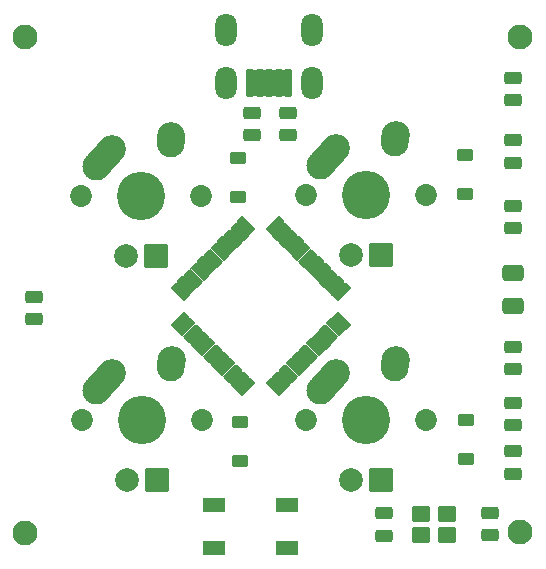
<source format=gbr>
G04 #@! TF.GenerationSoftware,KiCad,Pcbnew,7.0.1*
G04 #@! TF.CreationDate,2023-04-11T18:09:49-04:00*
G04 #@! TF.ProjectId,pikas-pcbs,70696b61-732d-4706-9362-732e6b696361,rev?*
G04 #@! TF.SameCoordinates,Original*
G04 #@! TF.FileFunction,Soldermask,Bot*
G04 #@! TF.FilePolarity,Negative*
%FSLAX46Y46*%
G04 Gerber Fmt 4.6, Leading zero omitted, Abs format (unit mm)*
G04 Created by KiCad (PCBNEW 7.0.1) date 2023-04-11 18:09:49*
%MOMM*%
%LPD*%
G01*
G04 APERTURE LIST*
G04 Aperture macros list*
%AMRoundRect*
0 Rectangle with rounded corners*
0 $1 Rounding radius*
0 $2 $3 $4 $5 $6 $7 $8 $9 X,Y pos of 4 corners*
0 Add a 4 corners polygon primitive as box body*
4,1,4,$2,$3,$4,$5,$6,$7,$8,$9,$2,$3,0*
0 Add four circle primitives for the rounded corners*
1,1,$1+$1,$2,$3*
1,1,$1+$1,$4,$5*
1,1,$1+$1,$6,$7*
1,1,$1+$1,$8,$9*
0 Add four rect primitives between the rounded corners*
20,1,$1+$1,$2,$3,$4,$5,0*
20,1,$1+$1,$4,$5,$6,$7,0*
20,1,$1+$1,$6,$7,$8,$9,0*
20,1,$1+$1,$8,$9,$2,$3,0*%
%AMHorizOval*
0 Thick line with rounded ends*
0 $1 width*
0 $2 $3 position (X,Y) of the first rounded end (center of the circle)*
0 $4 $5 position (X,Y) of the second rounded end (center of the circle)*
0 Add line between two ends*
20,1,$1,$2,$3,$4,$5,0*
0 Add two circle primitives to create the rounded ends*
1,1,$1,$2,$3*
1,1,$1,$4,$5*%
G04 Aperture macros list end*
%ADD10C,2.102000*%
%ADD11C,1.852000*%
%ADD12C,4.089800*%
%ADD13HorizOval,2.352000X0.655001X0.730000X-0.655001X-0.730000X0*%
%ADD14C,2.352000*%
%ADD15HorizOval,2.352000X0.020000X0.290000X-0.020000X-0.290000X0*%
%ADD16C,2.007000*%
%ADD17RoundRect,0.051000X-0.952500X-0.952500X0.952500X-0.952500X0.952500X0.952500X-0.952500X0.952500X0*%
%ADD18HorizOval,2.352000X0.655001X0.730000X-0.655001X-0.730000X0*%
%ADD19RoundRect,0.294750X0.456250X-0.243750X0.456250X0.243750X-0.456250X0.243750X-0.456250X-0.243750X0*%
%ADD20RoundRect,0.294750X-0.456250X0.243750X-0.456250X-0.243750X0.456250X-0.243750X0.456250X0.243750X0*%
%ADD21RoundRect,0.051000X0.600000X-0.450000X0.600000X0.450000X-0.600000X0.450000X-0.600000X-0.450000X0*%
%ADD22RoundRect,0.301000X-0.625000X0.375000X-0.625000X-0.375000X0.625000X-0.375000X0.625000X0.375000X0*%
%ADD23RoundRect,0.051000X-0.900000X-0.550000X0.900000X-0.550000X0.900000X0.550000X-0.900000X0.550000X0*%
%ADD24RoundRect,0.051000X-0.724784X0.335876X0.335876X-0.724784X0.724784X-0.335876X-0.335876X0.724784X0*%
%ADD25RoundRect,0.051000X-0.335876X-0.724784X0.724784X0.335876X0.335876X0.724784X-0.724784X-0.335876X0*%
%ADD26O,1.802000X2.802000*%
%ADD27RoundRect,0.051000X-0.250000X1.125000X-0.250000X-1.125000X0.250000X-1.125000X0.250000X1.125000X0*%
%ADD28RoundRect,0.051000X0.700000X0.600000X-0.700000X0.600000X-0.700000X-0.600000X0.700000X-0.600000X0*%
G04 APERTURE END LIST*
D10*
X118903750Y-82232500D03*
X76993750Y-82300000D03*
X76993750Y-40322500D03*
X118903750Y-40322500D03*
D11*
X100711000Y-53721000D03*
D12*
X105791000Y-53721000D03*
D11*
X110871000Y-53721000D03*
D13*
X102636001Y-50451000D03*
D14*
X103291000Y-49721000D03*
D15*
X108311000Y-48931000D03*
D14*
X108331000Y-48641000D03*
D16*
X104521000Y-58801000D03*
D17*
X107061000Y-58801000D03*
D11*
X81748000Y-72771000D03*
D12*
X86828000Y-72771000D03*
D11*
X91908000Y-72771000D03*
D18*
X83673001Y-69501000D03*
D14*
X84328000Y-68771000D03*
D15*
X89348000Y-67981000D03*
D14*
X89368000Y-67691000D03*
D16*
X85558000Y-77851000D03*
D17*
X88098000Y-77851000D03*
D11*
X100711000Y-72771000D03*
D12*
X105791000Y-72771000D03*
D11*
X110871000Y-72771000D03*
D13*
X102636001Y-69501000D03*
D14*
X103291000Y-68771000D03*
D15*
X108311000Y-67981000D03*
D14*
X108331000Y-67691000D03*
D16*
X104521000Y-77851000D03*
D17*
X107061000Y-77851000D03*
D11*
X81736001Y-53796001D03*
D12*
X86816001Y-53796001D03*
D11*
X91896001Y-53796001D03*
D13*
X83661002Y-50526001D03*
D14*
X84316001Y-49796001D03*
D15*
X89336001Y-49006001D03*
D14*
X89356001Y-48716001D03*
D16*
X85546001Y-58876001D03*
D17*
X88086001Y-58876001D03*
D19*
X116363750Y-82471500D03*
X116363750Y-80596500D03*
D20*
X107346750Y-80645000D03*
X107346750Y-82520000D03*
X118268750Y-66531250D03*
X118268750Y-68406250D03*
X77755750Y-64183500D03*
X77755750Y-62308500D03*
X118268750Y-54625000D03*
X118268750Y-56500000D03*
X118268750Y-43800000D03*
X118268750Y-45675000D03*
X118268750Y-71293750D03*
X118268750Y-73168750D03*
D21*
X94996000Y-53847000D03*
X94996000Y-50547000D03*
X114173000Y-53592000D03*
X114173000Y-50292000D03*
X95123000Y-76199000D03*
X95123000Y-72899000D03*
X114300000Y-76072000D03*
X114300000Y-72772000D03*
D22*
X118268750Y-60325000D03*
X118268750Y-63125000D03*
D19*
X96170750Y-48641000D03*
X96170750Y-46766000D03*
D20*
X118268750Y-49068750D03*
X118268750Y-50943750D03*
X118268750Y-75406250D03*
X118268750Y-77281250D03*
D23*
X99143750Y-79906250D03*
X92943750Y-83606250D03*
X99143750Y-83606250D03*
X92943750Y-79906250D03*
D24*
X98103082Y-69977936D03*
X98668767Y-69412250D03*
X99234452Y-68846565D03*
X99800138Y-68280880D03*
X100365823Y-67715194D03*
X100931509Y-67149509D03*
X101497194Y-66583823D03*
X102062880Y-66018138D03*
X102628565Y-65452452D03*
X103194250Y-64886767D03*
X103759936Y-64321082D03*
D25*
X103759936Y-61916918D03*
X103194250Y-61351233D03*
X102628565Y-60785548D03*
X102062880Y-60219862D03*
X101497194Y-59654177D03*
X100931509Y-59088491D03*
X100365823Y-58522806D03*
X99800138Y-57957120D03*
X99234452Y-57391435D03*
X98668767Y-56825750D03*
X98103082Y-56260064D03*
D24*
X95698918Y-56260064D03*
X95133233Y-56825750D03*
X94567548Y-57391435D03*
X94001862Y-57957120D03*
X93436177Y-58522806D03*
X92870491Y-59088491D03*
X92304806Y-59654177D03*
X91739120Y-60219862D03*
X91173435Y-60785548D03*
X90607750Y-61351233D03*
X90042064Y-61916918D03*
D25*
X90042064Y-64321082D03*
X90607750Y-64886767D03*
X91173435Y-65452452D03*
X91739120Y-66018138D03*
X92304806Y-66583823D03*
X92870491Y-67149509D03*
X93436177Y-67715194D03*
X94001862Y-68280880D03*
X94567548Y-68846565D03*
X95133233Y-69412250D03*
X95698918Y-69977936D03*
D26*
X93981250Y-44187500D03*
X101281250Y-44187500D03*
X93981250Y-39687500D03*
X101281250Y-39687500D03*
D27*
X96031250Y-44187500D03*
X96831250Y-44187500D03*
X97631250Y-44187500D03*
X98431250Y-44187500D03*
X99231250Y-44187500D03*
D28*
X112712500Y-82440250D03*
X110512500Y-82440250D03*
X110512500Y-80740250D03*
X112712500Y-80740250D03*
D19*
X99250500Y-48611000D03*
X99250500Y-46736000D03*
G36*
X95903104Y-69099864D02*
G01*
X95903561Y-69101573D01*
X95900331Y-69117756D01*
X95993279Y-69210795D01*
X96009704Y-69207534D01*
X96011413Y-69207993D01*
X96012090Y-69209627D01*
X96011205Y-69211159D01*
X96000004Y-69218643D01*
X94939625Y-70279022D01*
X94932126Y-70290244D01*
X94930594Y-70291129D01*
X94928960Y-70290452D01*
X94928501Y-70288744D01*
X94931770Y-70272270D01*
X94838712Y-70179340D01*
X94822579Y-70182563D01*
X94820869Y-70182106D01*
X94820191Y-70180472D01*
X94821076Y-70178939D01*
X94832146Y-70171542D01*
X95892525Y-69111163D01*
X95899937Y-69100071D01*
X95901470Y-69099186D01*
X95903104Y-69099864D01*
G37*
G36*
X97901990Y-69099963D02*
G01*
X97909474Y-69111163D01*
X98969853Y-70171542D01*
X98980945Y-70178954D01*
X98981830Y-70180487D01*
X98981152Y-70182121D01*
X98979443Y-70182578D01*
X98963229Y-70179342D01*
X98870182Y-70272372D01*
X98873424Y-70288633D01*
X98872967Y-70290342D01*
X98871333Y-70291020D01*
X98869800Y-70290135D01*
X98862374Y-70279022D01*
X97801995Y-69218643D01*
X97790817Y-69211174D01*
X97789932Y-69209642D01*
X97790609Y-69208007D01*
X97792318Y-69207549D01*
X97808663Y-69210797D01*
X97901620Y-69117857D01*
X97898365Y-69101464D01*
X97898824Y-69099755D01*
X97900458Y-69099078D01*
X97901990Y-69099963D01*
G37*
G36*
X95337403Y-68534202D02*
G01*
X95337860Y-68535912D01*
X95334636Y-68552051D01*
X95427585Y-68645111D01*
X95444018Y-68641848D01*
X95445727Y-68642307D01*
X95446404Y-68643941D01*
X95445519Y-68645473D01*
X95434319Y-68652957D01*
X94373940Y-69713336D01*
X94366456Y-69724536D01*
X94364924Y-69725421D01*
X94363290Y-69724744D01*
X94362831Y-69723035D01*
X94366094Y-69706602D01*
X94273034Y-69613653D01*
X94256895Y-69616877D01*
X94255185Y-69616420D01*
X94254507Y-69614786D01*
X94255392Y-69613253D01*
X94266461Y-69605857D01*
X95326840Y-68545478D01*
X95334236Y-68534409D01*
X95335769Y-68533524D01*
X95337403Y-68534202D01*
G37*
G36*
X98467690Y-68534300D02*
G01*
X98475159Y-68545478D01*
X99535538Y-69605857D01*
X99546630Y-69613269D01*
X99547515Y-69614802D01*
X99546837Y-69616436D01*
X99545128Y-69616893D01*
X99528906Y-69613655D01*
X99435857Y-69706704D01*
X99439095Y-69722926D01*
X99438638Y-69724635D01*
X99437004Y-69725313D01*
X99435471Y-69724428D01*
X99428059Y-69713336D01*
X98367680Y-68652957D01*
X98356502Y-68645488D01*
X98355617Y-68643956D01*
X98356294Y-68642321D01*
X98358003Y-68641863D01*
X98374356Y-68645113D01*
X98467315Y-68552154D01*
X98464065Y-68535801D01*
X98464523Y-68534092D01*
X98466158Y-68533415D01*
X98467690Y-68534300D01*
G37*
G36*
X94771718Y-67968516D02*
G01*
X94772175Y-67970226D01*
X94768952Y-67986359D01*
X94861882Y-68079417D01*
X94878356Y-68076148D01*
X94880064Y-68076607D01*
X94880741Y-68078241D01*
X94879856Y-68079773D01*
X94868634Y-68087272D01*
X93808255Y-69147651D01*
X93800771Y-69158852D01*
X93799239Y-69159737D01*
X93797605Y-69159060D01*
X93797146Y-69157351D01*
X93800407Y-69140926D01*
X93707368Y-69047978D01*
X93691185Y-69051208D01*
X93689476Y-69050751D01*
X93688798Y-69049117D01*
X93689683Y-69047584D01*
X93700775Y-69040172D01*
X94761154Y-67979793D01*
X94768551Y-67968723D01*
X94770084Y-67967838D01*
X94771718Y-67968516D01*
G37*
G36*
X99033376Y-67968615D02*
G01*
X99040845Y-67979793D01*
X100101224Y-69040172D01*
X100112337Y-69047598D01*
X100113222Y-69049131D01*
X100112544Y-69050765D01*
X100110835Y-69051222D01*
X100094574Y-69047980D01*
X100001544Y-69141027D01*
X100004780Y-69157241D01*
X100004323Y-69158950D01*
X100002689Y-69159628D01*
X100001156Y-69158743D01*
X99993744Y-69147651D01*
X98933365Y-68087272D01*
X98922165Y-68079788D01*
X98921280Y-68078256D01*
X98921957Y-68076622D01*
X98923666Y-68076163D01*
X98940059Y-68079418D01*
X99032999Y-67986461D01*
X99029751Y-67970116D01*
X99030209Y-67968407D01*
X99031844Y-67967730D01*
X99033376Y-67968615D01*
G37*
G36*
X94206048Y-67402808D02*
G01*
X94206505Y-67404517D01*
X94203275Y-67420700D01*
X94296223Y-67513739D01*
X94312648Y-67510478D01*
X94314357Y-67510937D01*
X94315034Y-67512571D01*
X94314149Y-67514103D01*
X94302948Y-67521587D01*
X93242569Y-68581966D01*
X93235070Y-68593188D01*
X93233538Y-68594073D01*
X93231904Y-68593396D01*
X93231445Y-68591688D01*
X93234714Y-68575214D01*
X93141656Y-68482284D01*
X93125523Y-68485507D01*
X93123813Y-68485050D01*
X93123135Y-68483416D01*
X93124020Y-68481883D01*
X93135090Y-68474486D01*
X94195469Y-67414107D01*
X94202881Y-67403015D01*
X94204414Y-67402130D01*
X94206048Y-67402808D01*
G37*
G36*
X99599046Y-67402907D02*
G01*
X99606530Y-67414107D01*
X100666909Y-68474486D01*
X100678001Y-68481898D01*
X100678886Y-68483431D01*
X100678208Y-68485065D01*
X100676499Y-68485522D01*
X100660285Y-68482286D01*
X100567238Y-68575316D01*
X100570480Y-68591577D01*
X100570023Y-68593286D01*
X100568389Y-68593964D01*
X100566856Y-68593079D01*
X100559430Y-68581966D01*
X99499051Y-67521587D01*
X99487873Y-67514118D01*
X99486988Y-67512586D01*
X99487665Y-67510951D01*
X99489374Y-67510493D01*
X99505719Y-67513741D01*
X99598676Y-67420801D01*
X99595421Y-67404408D01*
X99595880Y-67402699D01*
X99597514Y-67402022D01*
X99599046Y-67402907D01*
G37*
G36*
X93640347Y-66837145D02*
G01*
X93640804Y-66838855D01*
X93637581Y-66854988D01*
X93730511Y-66948046D01*
X93746985Y-66944777D01*
X93748693Y-66945236D01*
X93749370Y-66946870D01*
X93748485Y-66948402D01*
X93737263Y-66955901D01*
X92676884Y-68016280D01*
X92669400Y-68027481D01*
X92667868Y-68028366D01*
X92666234Y-68027689D01*
X92665775Y-68025980D01*
X92669036Y-68009555D01*
X92575997Y-67916607D01*
X92559814Y-67919837D01*
X92558105Y-67919380D01*
X92557427Y-67917746D01*
X92558312Y-67916213D01*
X92569404Y-67908801D01*
X93629783Y-66848422D01*
X93637180Y-66837352D01*
X93638713Y-66836467D01*
X93640347Y-66837145D01*
G37*
G36*
X100164747Y-66837244D02*
G01*
X100172216Y-66848422D01*
X101232595Y-67908801D01*
X101243708Y-67916227D01*
X101244593Y-67917760D01*
X101243915Y-67919394D01*
X101242206Y-67919851D01*
X101225945Y-67916609D01*
X101132915Y-68009656D01*
X101136151Y-68025870D01*
X101135694Y-68027579D01*
X101134060Y-68028257D01*
X101132527Y-68027372D01*
X101125115Y-68016280D01*
X100064736Y-66955901D01*
X100053536Y-66948417D01*
X100052651Y-66946885D01*
X100053328Y-66945251D01*
X100055037Y-66944792D01*
X100071430Y-66948047D01*
X100164370Y-66855090D01*
X100161122Y-66838745D01*
X100161580Y-66837036D01*
X100163215Y-66836359D01*
X100164747Y-66837244D01*
G37*
G36*
X93074677Y-66271437D02*
G01*
X93075134Y-66273146D01*
X93071904Y-66289329D01*
X93164852Y-66382368D01*
X93181277Y-66379107D01*
X93182986Y-66379566D01*
X93183663Y-66381200D01*
X93182778Y-66382732D01*
X93171577Y-66390216D01*
X92111198Y-67450595D01*
X92103699Y-67461817D01*
X92102167Y-67462702D01*
X92100533Y-67462025D01*
X92100074Y-67460317D01*
X92103343Y-67443843D01*
X92010285Y-67350913D01*
X91994152Y-67354136D01*
X91992442Y-67353679D01*
X91991764Y-67352045D01*
X91992649Y-67350512D01*
X92003719Y-67343115D01*
X93064098Y-66282736D01*
X93071510Y-66271644D01*
X93073043Y-66270759D01*
X93074677Y-66271437D01*
G37*
G36*
X100730417Y-66271536D02*
G01*
X100737901Y-66282736D01*
X101798280Y-67343115D01*
X101809372Y-67350527D01*
X101810257Y-67352060D01*
X101809579Y-67353694D01*
X101807870Y-67354151D01*
X101791656Y-67350915D01*
X101698609Y-67443945D01*
X101701851Y-67460206D01*
X101701394Y-67461915D01*
X101699760Y-67462593D01*
X101698227Y-67461708D01*
X101690801Y-67450595D01*
X100630422Y-66390216D01*
X100619244Y-66382747D01*
X100618359Y-66381215D01*
X100619036Y-66379580D01*
X100620745Y-66379122D01*
X100637090Y-66382370D01*
X100730047Y-66289430D01*
X100726792Y-66273037D01*
X100727251Y-66271328D01*
X100728885Y-66270651D01*
X100730417Y-66271536D01*
G37*
G36*
X92508976Y-65705774D02*
G01*
X92509433Y-65707484D01*
X92506210Y-65723617D01*
X92599140Y-65816675D01*
X92615614Y-65813406D01*
X92617322Y-65813865D01*
X92617999Y-65815499D01*
X92617114Y-65817031D01*
X92605892Y-65824530D01*
X91545513Y-66884909D01*
X91538029Y-66896110D01*
X91536497Y-66896995D01*
X91534863Y-66896318D01*
X91534404Y-66894609D01*
X91537665Y-66878184D01*
X91444626Y-66785236D01*
X91428443Y-66788466D01*
X91426734Y-66788009D01*
X91426056Y-66786375D01*
X91426941Y-66784842D01*
X91438033Y-66777430D01*
X92498412Y-65717051D01*
X92505809Y-65705981D01*
X92507342Y-65705096D01*
X92508976Y-65705774D01*
G37*
G36*
X101296118Y-65705873D02*
G01*
X101303587Y-65717051D01*
X102363966Y-66777430D01*
X102375079Y-66784856D01*
X102375964Y-66786389D01*
X102375286Y-66788023D01*
X102373577Y-66788480D01*
X102357316Y-66785238D01*
X102264286Y-66878285D01*
X102267522Y-66894499D01*
X102267065Y-66896208D01*
X102265431Y-66896886D01*
X102263898Y-66896001D01*
X102256486Y-66884909D01*
X101196107Y-65824530D01*
X101184907Y-65817046D01*
X101184022Y-65815514D01*
X101184699Y-65813880D01*
X101186408Y-65813421D01*
X101202801Y-65816676D01*
X101295741Y-65723719D01*
X101292493Y-65707374D01*
X101292951Y-65705665D01*
X101294586Y-65704988D01*
X101296118Y-65705873D01*
G37*
G36*
X91943306Y-65140066D02*
G01*
X91943763Y-65141775D01*
X91940533Y-65157958D01*
X92033481Y-65250997D01*
X92049906Y-65247736D01*
X92051615Y-65248195D01*
X92052292Y-65249829D01*
X92051407Y-65251361D01*
X92040206Y-65258845D01*
X90979827Y-66319224D01*
X90972328Y-66330446D01*
X90970796Y-66331331D01*
X90969162Y-66330654D01*
X90968703Y-66328946D01*
X90971972Y-66312472D01*
X90878914Y-66219542D01*
X90862781Y-66222765D01*
X90861071Y-66222308D01*
X90860393Y-66220674D01*
X90861278Y-66219141D01*
X90872348Y-66211744D01*
X91932727Y-65151365D01*
X91940139Y-65140273D01*
X91941672Y-65139388D01*
X91943306Y-65140066D01*
G37*
G36*
X101861788Y-65140165D02*
G01*
X101869272Y-65151365D01*
X102929651Y-66211744D01*
X102940743Y-66219156D01*
X102941628Y-66220689D01*
X102940950Y-66222323D01*
X102939241Y-66222780D01*
X102923027Y-66219544D01*
X102829980Y-66312574D01*
X102833222Y-66328835D01*
X102832765Y-66330544D01*
X102831131Y-66331222D01*
X102829598Y-66330337D01*
X102822172Y-66319224D01*
X101761793Y-65258845D01*
X101750615Y-65251376D01*
X101749730Y-65249844D01*
X101750407Y-65248209D01*
X101752116Y-65247751D01*
X101768461Y-65250999D01*
X101861418Y-65158059D01*
X101858163Y-65141666D01*
X101858622Y-65139957D01*
X101860256Y-65139280D01*
X101861788Y-65140165D01*
G37*
G36*
X91377605Y-64574404D02*
G01*
X91378062Y-64576114D01*
X91374838Y-64592253D01*
X91467787Y-64685313D01*
X91484220Y-64682050D01*
X91485929Y-64682509D01*
X91486606Y-64684143D01*
X91485721Y-64685675D01*
X91474521Y-64693159D01*
X90414142Y-65753538D01*
X90406658Y-65764738D01*
X90405126Y-65765623D01*
X90403492Y-65764946D01*
X90403033Y-65763237D01*
X90406296Y-65746804D01*
X90313236Y-65653855D01*
X90297097Y-65657079D01*
X90295387Y-65656622D01*
X90294709Y-65654988D01*
X90295594Y-65653455D01*
X90306663Y-65646059D01*
X91367042Y-64585680D01*
X91374438Y-64574611D01*
X91375971Y-64573726D01*
X91377605Y-64574404D01*
G37*
G36*
X102427488Y-64574502D02*
G01*
X102434957Y-64585680D01*
X103495336Y-65646059D01*
X103506428Y-65653471D01*
X103507313Y-65655004D01*
X103506635Y-65656638D01*
X103504926Y-65657095D01*
X103488704Y-65653857D01*
X103395655Y-65746906D01*
X103398893Y-65763128D01*
X103398436Y-65764837D01*
X103396802Y-65765515D01*
X103395269Y-65764630D01*
X103387857Y-65753538D01*
X102327478Y-64693159D01*
X102316300Y-64685690D01*
X102315415Y-64684158D01*
X102316092Y-64682523D01*
X102317801Y-64682065D01*
X102334154Y-64685315D01*
X102427113Y-64592356D01*
X102423863Y-64576003D01*
X102424321Y-64574294D01*
X102425956Y-64573617D01*
X102427488Y-64574502D01*
G37*
G36*
X90811920Y-64008718D02*
G01*
X90812377Y-64010428D01*
X90809154Y-64026561D01*
X90902084Y-64119619D01*
X90918558Y-64116350D01*
X90920266Y-64116809D01*
X90920943Y-64118443D01*
X90920058Y-64119975D01*
X90908836Y-64127474D01*
X89848457Y-65187853D01*
X89840973Y-65199054D01*
X89839441Y-65199939D01*
X89837807Y-65199262D01*
X89837348Y-65197553D01*
X89840609Y-65181128D01*
X89747570Y-65088180D01*
X89731387Y-65091410D01*
X89729678Y-65090953D01*
X89729000Y-65089319D01*
X89729885Y-65087786D01*
X89740977Y-65080374D01*
X90801356Y-64019995D01*
X90808753Y-64008925D01*
X90810286Y-64008040D01*
X90811920Y-64008718D01*
G37*
G36*
X102993174Y-64008817D02*
G01*
X103000643Y-64019995D01*
X104061022Y-65080374D01*
X104072135Y-65087800D01*
X104073020Y-65089333D01*
X104072342Y-65090967D01*
X104070633Y-65091424D01*
X104054372Y-65088182D01*
X103961342Y-65181229D01*
X103964578Y-65197443D01*
X103964121Y-65199152D01*
X103962487Y-65199830D01*
X103960954Y-65198945D01*
X103953542Y-65187853D01*
X102893163Y-64127474D01*
X102881963Y-64119990D01*
X102881078Y-64118458D01*
X102881755Y-64116824D01*
X102883464Y-64116365D01*
X102899857Y-64119620D01*
X102992797Y-64026663D01*
X102989549Y-64010318D01*
X102990007Y-64008609D01*
X102991642Y-64007932D01*
X102993174Y-64008817D01*
G37*
G36*
X103964106Y-61038869D02*
G01*
X103964563Y-61040579D01*
X103961340Y-61056712D01*
X104054270Y-61149770D01*
X104070744Y-61146501D01*
X104072452Y-61146960D01*
X104073129Y-61148594D01*
X104072244Y-61150126D01*
X104061022Y-61157625D01*
X103000643Y-62218004D01*
X102993159Y-62229205D01*
X102991627Y-62230090D01*
X102989993Y-62229413D01*
X102989534Y-62227704D01*
X102992795Y-62211279D01*
X102899756Y-62118331D01*
X102883573Y-62121561D01*
X102881864Y-62121104D01*
X102881186Y-62119470D01*
X102882071Y-62117937D01*
X102893163Y-62110525D01*
X103953542Y-61050146D01*
X103960939Y-61039076D01*
X103962472Y-61038191D01*
X103964106Y-61038869D01*
G37*
G36*
X89840988Y-61038968D02*
G01*
X89848457Y-61050146D01*
X90908836Y-62110525D01*
X90919949Y-62117951D01*
X90920834Y-62119484D01*
X90920156Y-62121118D01*
X90918447Y-62121575D01*
X90902186Y-62118333D01*
X90809156Y-62211380D01*
X90812392Y-62227594D01*
X90811935Y-62229303D01*
X90810301Y-62229981D01*
X90808768Y-62229096D01*
X90801356Y-62218004D01*
X89740977Y-61157625D01*
X89729777Y-61150141D01*
X89728892Y-61148609D01*
X89729569Y-61146975D01*
X89731278Y-61146516D01*
X89747671Y-61149771D01*
X89840611Y-61056814D01*
X89837363Y-61040469D01*
X89837821Y-61038760D01*
X89839456Y-61038083D01*
X89840988Y-61038968D01*
G37*
G36*
X103398420Y-60473185D02*
G01*
X103398877Y-60474895D01*
X103395653Y-60491034D01*
X103488602Y-60584094D01*
X103505035Y-60580831D01*
X103506744Y-60581290D01*
X103507421Y-60582924D01*
X103506536Y-60584456D01*
X103495336Y-60591940D01*
X102434957Y-61652319D01*
X102427473Y-61663519D01*
X102425941Y-61664404D01*
X102424307Y-61663727D01*
X102423848Y-61662018D01*
X102427111Y-61645585D01*
X102334051Y-61552636D01*
X102317912Y-61555860D01*
X102316202Y-61555403D01*
X102315524Y-61553769D01*
X102316409Y-61552236D01*
X102327478Y-61544840D01*
X103387857Y-60484461D01*
X103395253Y-60473392D01*
X103396786Y-60472507D01*
X103398420Y-60473185D01*
G37*
G36*
X90406673Y-60473283D02*
G01*
X90414142Y-60484461D01*
X91474521Y-61544840D01*
X91485613Y-61552252D01*
X91486498Y-61553785D01*
X91485820Y-61555419D01*
X91484111Y-61555876D01*
X91467889Y-61552638D01*
X91374840Y-61645687D01*
X91378078Y-61661909D01*
X91377621Y-61663618D01*
X91375987Y-61664296D01*
X91374454Y-61663411D01*
X91367042Y-61652319D01*
X90306663Y-60591940D01*
X90295485Y-60584471D01*
X90294600Y-60582939D01*
X90295277Y-60581304D01*
X90296986Y-60580846D01*
X90313339Y-60584096D01*
X90406298Y-60491137D01*
X90403048Y-60474784D01*
X90403506Y-60473075D01*
X90405141Y-60472398D01*
X90406673Y-60473283D01*
G37*
G36*
X102832751Y-59907476D02*
G01*
X102833208Y-59909185D01*
X102829978Y-59925368D01*
X102922926Y-60018407D01*
X102939351Y-60015146D01*
X102941060Y-60015605D01*
X102941737Y-60017239D01*
X102940852Y-60018771D01*
X102929651Y-60026255D01*
X101869272Y-61086634D01*
X101861773Y-61097856D01*
X101860241Y-61098741D01*
X101858607Y-61098064D01*
X101858148Y-61096356D01*
X101861417Y-61079882D01*
X101768359Y-60986952D01*
X101752226Y-60990175D01*
X101750516Y-60989718D01*
X101749838Y-60988084D01*
X101750723Y-60986551D01*
X101761793Y-60979154D01*
X102822172Y-59918775D01*
X102829584Y-59907683D01*
X102831117Y-59906798D01*
X102832751Y-59907476D01*
G37*
G36*
X90972343Y-59907575D02*
G01*
X90979827Y-59918775D01*
X92040206Y-60979154D01*
X92051298Y-60986566D01*
X92052183Y-60988099D01*
X92051505Y-60989733D01*
X92049796Y-60990190D01*
X92033582Y-60986954D01*
X91940535Y-61079984D01*
X91943777Y-61096245D01*
X91943320Y-61097954D01*
X91941686Y-61098632D01*
X91940153Y-61097747D01*
X91932727Y-61086634D01*
X90872348Y-60026255D01*
X90861170Y-60018786D01*
X90860285Y-60017254D01*
X90860962Y-60015619D01*
X90862671Y-60015161D01*
X90879016Y-60018409D01*
X90971973Y-59925469D01*
X90968718Y-59909076D01*
X90969177Y-59907367D01*
X90970811Y-59906690D01*
X90972343Y-59907575D01*
G37*
G36*
X102267050Y-59341813D02*
G01*
X102267507Y-59343523D01*
X102264284Y-59359656D01*
X102357214Y-59452714D01*
X102373688Y-59449445D01*
X102375396Y-59449904D01*
X102376073Y-59451538D01*
X102375188Y-59453070D01*
X102363966Y-59460569D01*
X101303587Y-60520948D01*
X101296103Y-60532149D01*
X101294571Y-60533034D01*
X101292937Y-60532357D01*
X101292478Y-60530648D01*
X101295739Y-60514223D01*
X101202700Y-60421275D01*
X101186517Y-60424505D01*
X101184808Y-60424048D01*
X101184130Y-60422414D01*
X101185015Y-60420881D01*
X101196107Y-60413469D01*
X102256486Y-59353090D01*
X102263883Y-59342020D01*
X102265416Y-59341135D01*
X102267050Y-59341813D01*
G37*
G36*
X91538044Y-59341912D02*
G01*
X91545513Y-59353090D01*
X92605892Y-60413469D01*
X92617005Y-60420895D01*
X92617890Y-60422428D01*
X92617212Y-60424062D01*
X92615503Y-60424519D01*
X92599242Y-60421277D01*
X92506212Y-60514324D01*
X92509448Y-60530538D01*
X92508991Y-60532247D01*
X92507357Y-60532925D01*
X92505824Y-60532040D01*
X92498412Y-60520948D01*
X91438033Y-59460569D01*
X91426833Y-59453085D01*
X91425948Y-59451553D01*
X91426625Y-59449919D01*
X91428334Y-59449460D01*
X91444727Y-59452715D01*
X91537667Y-59359758D01*
X91534419Y-59343413D01*
X91534877Y-59341704D01*
X91536512Y-59341027D01*
X91538044Y-59341912D01*
G37*
G36*
X101701380Y-58776105D02*
G01*
X101701837Y-58777814D01*
X101698607Y-58793997D01*
X101791555Y-58887036D01*
X101807980Y-58883775D01*
X101809689Y-58884234D01*
X101810366Y-58885868D01*
X101809481Y-58887400D01*
X101798280Y-58894884D01*
X100737901Y-59955263D01*
X100730402Y-59966485D01*
X100728870Y-59967370D01*
X100727236Y-59966693D01*
X100726777Y-59964985D01*
X100730046Y-59948511D01*
X100636988Y-59855581D01*
X100620855Y-59858804D01*
X100619145Y-59858347D01*
X100618467Y-59856713D01*
X100619352Y-59855180D01*
X100630422Y-59847783D01*
X101690801Y-58787404D01*
X101698213Y-58776312D01*
X101699746Y-58775427D01*
X101701380Y-58776105D01*
G37*
G36*
X92103714Y-58776204D02*
G01*
X92111198Y-58787404D01*
X93171577Y-59847783D01*
X93182669Y-59855195D01*
X93183554Y-59856728D01*
X93182876Y-59858362D01*
X93181167Y-59858819D01*
X93164953Y-59855583D01*
X93071906Y-59948613D01*
X93075148Y-59964874D01*
X93074691Y-59966583D01*
X93073057Y-59967261D01*
X93071524Y-59966376D01*
X93064098Y-59955263D01*
X92003719Y-58894884D01*
X91992541Y-58887415D01*
X91991656Y-58885883D01*
X91992333Y-58884248D01*
X91994042Y-58883790D01*
X92010387Y-58887038D01*
X92103344Y-58794098D01*
X92100089Y-58777705D01*
X92100548Y-58775996D01*
X92102182Y-58775319D01*
X92103714Y-58776204D01*
G37*
G36*
X101135679Y-58210442D02*
G01*
X101136136Y-58212152D01*
X101132913Y-58228285D01*
X101225843Y-58321343D01*
X101242317Y-58318074D01*
X101244025Y-58318533D01*
X101244702Y-58320167D01*
X101243817Y-58321699D01*
X101232595Y-58329198D01*
X100172216Y-59389577D01*
X100164732Y-59400778D01*
X100163200Y-59401663D01*
X100161566Y-59400986D01*
X100161107Y-59399277D01*
X100164368Y-59382852D01*
X100071329Y-59289904D01*
X100055146Y-59293134D01*
X100053437Y-59292677D01*
X100052759Y-59291043D01*
X100053644Y-59289510D01*
X100064736Y-59282098D01*
X101125115Y-58221719D01*
X101132512Y-58210649D01*
X101134045Y-58209764D01*
X101135679Y-58210442D01*
G37*
G36*
X92669415Y-58210541D02*
G01*
X92676884Y-58221719D01*
X93737263Y-59282098D01*
X93748376Y-59289524D01*
X93749261Y-59291057D01*
X93748583Y-59292691D01*
X93746874Y-59293148D01*
X93730613Y-59289906D01*
X93637583Y-59382953D01*
X93640819Y-59399167D01*
X93640362Y-59400876D01*
X93638728Y-59401554D01*
X93637195Y-59400669D01*
X93629783Y-59389577D01*
X92569404Y-58329198D01*
X92558204Y-58321714D01*
X92557319Y-58320182D01*
X92557996Y-58318548D01*
X92559705Y-58318089D01*
X92576098Y-58321344D01*
X92669038Y-58228387D01*
X92665790Y-58212042D01*
X92666248Y-58210333D01*
X92667883Y-58209656D01*
X92669415Y-58210541D01*
G37*
G36*
X100570009Y-57644734D02*
G01*
X100570466Y-57646443D01*
X100567236Y-57662626D01*
X100660184Y-57755665D01*
X100676609Y-57752404D01*
X100678318Y-57752863D01*
X100678995Y-57754497D01*
X100678110Y-57756029D01*
X100666909Y-57763513D01*
X99606530Y-58823892D01*
X99599031Y-58835114D01*
X99597499Y-58835999D01*
X99595865Y-58835322D01*
X99595406Y-58833614D01*
X99598675Y-58817140D01*
X99505617Y-58724210D01*
X99489484Y-58727433D01*
X99487774Y-58726976D01*
X99487096Y-58725342D01*
X99487981Y-58723809D01*
X99499051Y-58716412D01*
X100559430Y-57656033D01*
X100566842Y-57644941D01*
X100568375Y-57644056D01*
X100570009Y-57644734D01*
G37*
G36*
X93235085Y-57644833D02*
G01*
X93242569Y-57656033D01*
X94302948Y-58716412D01*
X94314040Y-58723824D01*
X94314925Y-58725357D01*
X94314247Y-58726991D01*
X94312538Y-58727448D01*
X94296324Y-58724212D01*
X94203277Y-58817242D01*
X94206519Y-58833503D01*
X94206062Y-58835212D01*
X94204428Y-58835890D01*
X94202895Y-58835005D01*
X94195469Y-58823892D01*
X93135090Y-57763513D01*
X93123912Y-57756044D01*
X93123027Y-57754512D01*
X93123704Y-57752877D01*
X93125413Y-57752419D01*
X93141758Y-57755667D01*
X93234715Y-57662727D01*
X93231460Y-57646334D01*
X93231919Y-57644625D01*
X93233553Y-57643948D01*
X93235085Y-57644833D01*
G37*
G36*
X100004308Y-57079071D02*
G01*
X100004765Y-57080781D01*
X100001542Y-57096914D01*
X100094472Y-57189972D01*
X100110946Y-57186703D01*
X100112654Y-57187162D01*
X100113331Y-57188796D01*
X100112446Y-57190328D01*
X100101224Y-57197827D01*
X99040845Y-58258206D01*
X99033361Y-58269407D01*
X99031829Y-58270292D01*
X99030195Y-58269615D01*
X99029736Y-58267906D01*
X99032997Y-58251481D01*
X98939958Y-58158533D01*
X98923775Y-58161763D01*
X98922066Y-58161306D01*
X98921388Y-58159672D01*
X98922273Y-58158139D01*
X98933365Y-58150727D01*
X99993744Y-57090348D01*
X100001141Y-57079278D01*
X100002674Y-57078393D01*
X100004308Y-57079071D01*
G37*
G36*
X93800786Y-57079170D02*
G01*
X93808255Y-57090348D01*
X94868634Y-58150727D01*
X94879747Y-58158153D01*
X94880632Y-58159686D01*
X94879954Y-58161320D01*
X94878245Y-58161777D01*
X94861984Y-58158535D01*
X94768954Y-58251582D01*
X94772190Y-58267796D01*
X94771733Y-58269505D01*
X94770099Y-58270183D01*
X94768566Y-58269298D01*
X94761154Y-58258206D01*
X93700775Y-57197827D01*
X93689575Y-57190343D01*
X93688690Y-57188811D01*
X93689367Y-57187177D01*
X93691076Y-57186718D01*
X93707469Y-57189973D01*
X93800409Y-57097016D01*
X93797161Y-57080671D01*
X93797619Y-57078962D01*
X93799254Y-57078285D01*
X93800786Y-57079170D01*
G37*
G36*
X99438622Y-56513387D02*
G01*
X99439079Y-56515097D01*
X99435855Y-56531236D01*
X99528804Y-56624296D01*
X99545237Y-56621033D01*
X99546946Y-56621492D01*
X99547623Y-56623126D01*
X99546738Y-56624658D01*
X99535538Y-56632142D01*
X98475159Y-57692521D01*
X98467675Y-57703721D01*
X98466143Y-57704606D01*
X98464509Y-57703929D01*
X98464050Y-57702220D01*
X98467313Y-57685787D01*
X98374253Y-57592838D01*
X98358114Y-57596062D01*
X98356404Y-57595605D01*
X98355726Y-57593971D01*
X98356611Y-57592438D01*
X98367680Y-57585042D01*
X99428059Y-56524663D01*
X99435455Y-56513594D01*
X99436988Y-56512709D01*
X99438622Y-56513387D01*
G37*
G36*
X94366471Y-56513485D02*
G01*
X94373940Y-56524663D01*
X95434319Y-57585042D01*
X95445411Y-57592454D01*
X95446296Y-57593987D01*
X95445618Y-57595621D01*
X95443909Y-57596078D01*
X95427687Y-57592840D01*
X95334638Y-57685889D01*
X95337876Y-57702111D01*
X95337419Y-57703820D01*
X95335785Y-57704498D01*
X95334252Y-57703613D01*
X95326840Y-57692521D01*
X94266461Y-56632142D01*
X94255283Y-56624673D01*
X94254398Y-56623141D01*
X94255075Y-56621506D01*
X94256784Y-56621048D01*
X94273137Y-56624298D01*
X94366096Y-56531339D01*
X94362846Y-56514986D01*
X94363304Y-56513277D01*
X94364939Y-56512600D01*
X94366471Y-56513485D01*
G37*
G36*
X98872953Y-55947678D02*
G01*
X98873410Y-55949387D01*
X98870180Y-55965570D01*
X98963128Y-56058609D01*
X98979553Y-56055348D01*
X98981262Y-56055807D01*
X98981939Y-56057441D01*
X98981054Y-56058973D01*
X98969853Y-56066457D01*
X97909474Y-57126836D01*
X97901975Y-57138058D01*
X97900443Y-57138943D01*
X97898809Y-57138266D01*
X97898350Y-57136558D01*
X97901619Y-57120084D01*
X97808561Y-57027154D01*
X97792428Y-57030377D01*
X97790718Y-57029920D01*
X97790040Y-57028286D01*
X97790925Y-57026753D01*
X97801995Y-57019356D01*
X98862374Y-55958977D01*
X98869786Y-55947885D01*
X98871319Y-55947000D01*
X98872953Y-55947678D01*
G37*
G36*
X94932141Y-55947777D02*
G01*
X94939625Y-55958977D01*
X96000004Y-57019356D01*
X96011096Y-57026768D01*
X96011981Y-57028301D01*
X96011303Y-57029935D01*
X96009594Y-57030392D01*
X95993380Y-57027156D01*
X95900333Y-57120186D01*
X95903575Y-57136447D01*
X95903118Y-57138156D01*
X95901484Y-57138834D01*
X95899951Y-57137949D01*
X95892525Y-57126836D01*
X94832146Y-56066457D01*
X94820968Y-56058988D01*
X94820083Y-56057456D01*
X94820760Y-56055821D01*
X94822469Y-56055363D01*
X94838814Y-56058611D01*
X94931771Y-55965671D01*
X94928516Y-55949278D01*
X94928975Y-55947569D01*
X94930609Y-55946892D01*
X94932141Y-55947777D01*
G37*
G36*
X98934411Y-43047817D02*
G01*
X98934869Y-43049526D01*
X98932250Y-43062699D01*
X98932250Y-45312301D01*
X98934869Y-45325470D01*
X98934411Y-45327179D01*
X98932776Y-45327856D01*
X98931244Y-45326971D01*
X98896994Y-45275713D01*
X98765506Y-45275713D01*
X98731255Y-45326970D01*
X98729723Y-45327855D01*
X98728088Y-45327178D01*
X98727630Y-45325469D01*
X98730250Y-45312301D01*
X98730250Y-43062699D01*
X98727630Y-43049528D01*
X98728088Y-43047819D01*
X98729723Y-43047142D01*
X98731255Y-43048027D01*
X98765507Y-43099286D01*
X98896993Y-43099286D01*
X98931244Y-43048025D01*
X98932776Y-43047140D01*
X98934411Y-43047817D01*
G37*
G36*
X98134411Y-43047817D02*
G01*
X98134869Y-43049526D01*
X98132250Y-43062699D01*
X98132250Y-45312301D01*
X98134869Y-45325470D01*
X98134411Y-45327179D01*
X98132776Y-45327856D01*
X98131244Y-45326971D01*
X98096994Y-45275713D01*
X97965506Y-45275713D01*
X97931255Y-45326970D01*
X97929723Y-45327855D01*
X97928088Y-45327178D01*
X97927630Y-45325469D01*
X97930250Y-45312301D01*
X97930250Y-43062699D01*
X97927630Y-43049528D01*
X97928088Y-43047819D01*
X97929723Y-43047142D01*
X97931255Y-43048027D01*
X97965507Y-43099286D01*
X98096993Y-43099286D01*
X98131244Y-43048025D01*
X98132776Y-43047140D01*
X98134411Y-43047817D01*
G37*
G36*
X97334411Y-43047817D02*
G01*
X97334869Y-43049526D01*
X97332250Y-43062699D01*
X97332250Y-45312301D01*
X97334869Y-45325470D01*
X97334411Y-45327179D01*
X97332776Y-45327856D01*
X97331244Y-45326971D01*
X97296994Y-45275713D01*
X97165506Y-45275713D01*
X97131255Y-45326970D01*
X97129723Y-45327855D01*
X97128088Y-45327178D01*
X97127630Y-45325469D01*
X97130250Y-45312301D01*
X97130250Y-43062699D01*
X97127630Y-43049528D01*
X97128088Y-43047819D01*
X97129723Y-43047142D01*
X97131255Y-43048027D01*
X97165507Y-43099286D01*
X97296993Y-43099286D01*
X97331244Y-43048025D01*
X97332776Y-43047140D01*
X97334411Y-43047817D01*
G37*
G36*
X96534411Y-43047817D02*
G01*
X96534869Y-43049526D01*
X96532250Y-43062699D01*
X96532250Y-45312301D01*
X96534869Y-45325470D01*
X96534411Y-45327179D01*
X96532776Y-45327856D01*
X96531244Y-45326971D01*
X96496994Y-45275713D01*
X96365506Y-45275713D01*
X96331255Y-45326970D01*
X96329723Y-45327855D01*
X96328088Y-45327178D01*
X96327630Y-45325469D01*
X96330250Y-45312301D01*
X96330250Y-43062699D01*
X96327630Y-43049528D01*
X96328088Y-43047819D01*
X96329723Y-43047142D01*
X96331255Y-43048027D01*
X96365507Y-43099286D01*
X96496993Y-43099286D01*
X96531244Y-43048025D01*
X96532776Y-43047140D01*
X96534411Y-43047817D01*
G37*
M02*

</source>
